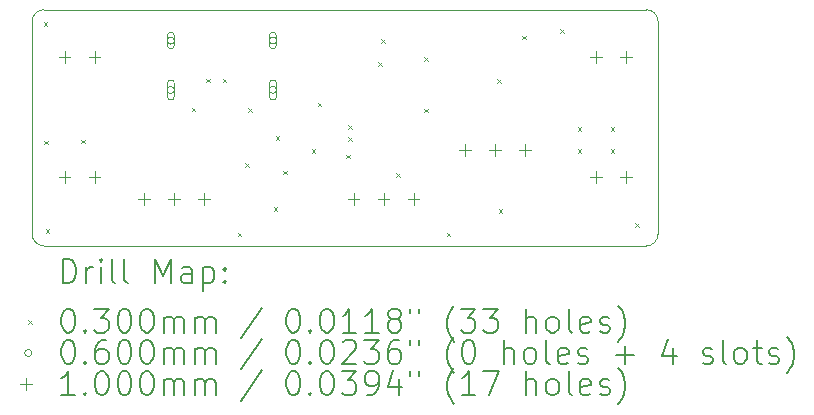
<source format=gbr>
%TF.GenerationSoftware,KiCad,Pcbnew,9.0.3*%
%TF.CreationDate,2025-08-21T23:57:35+02:00*%
%TF.ProjectId,20250807_updi,32303235-3038-4303-975f-757064692e6b,rev?*%
%TF.SameCoordinates,Original*%
%TF.FileFunction,Drillmap*%
%TF.FilePolarity,Positive*%
%FSLAX45Y45*%
G04 Gerber Fmt 4.5, Leading zero omitted, Abs format (unit mm)*
G04 Created by KiCad (PCBNEW 9.0.3) date 2025-08-21 23:57:35*
%MOMM*%
%LPD*%
G01*
G04 APERTURE LIST*
%ADD10C,0.050000*%
%ADD11C,0.200000*%
%ADD12C,0.100000*%
G04 APERTURE END LIST*
D10*
X19125000Y-10000000D02*
G75*
G02*
X19025000Y-9900000I0J100000D01*
G01*
X19025000Y-8100000D02*
X19025000Y-9900000D01*
X19025000Y-8100000D02*
G75*
G02*
X19125000Y-8000000I100000J0D01*
G01*
X24325000Y-8100000D02*
X24325000Y-9900000D01*
X24325000Y-9900000D02*
G75*
G02*
X24225000Y-10000000I-100000J0D01*
G01*
X19125000Y-10000000D02*
X24225000Y-10000000D01*
X19125000Y-8000000D02*
X24225000Y-8000000D01*
X24225000Y-8000000D02*
G75*
G02*
X24325000Y-8100000I0J-100000D01*
G01*
D11*
D12*
X19125000Y-8105000D02*
X19155000Y-8135000D01*
X19155000Y-8105000D02*
X19125000Y-8135000D01*
X19130000Y-9110000D02*
X19160000Y-9140000D01*
X19160000Y-9110000D02*
X19130000Y-9140000D01*
X19140000Y-9860000D02*
X19170000Y-9890000D01*
X19170000Y-9860000D02*
X19140000Y-9890000D01*
X19440000Y-9100000D02*
X19470000Y-9130000D01*
X19470000Y-9100000D02*
X19440000Y-9130000D01*
X20375000Y-8830000D02*
X20405000Y-8860000D01*
X20405000Y-8830000D02*
X20375000Y-8860000D01*
X20498000Y-8586000D02*
X20528000Y-8616000D01*
X20528000Y-8586000D02*
X20498000Y-8616000D01*
X20640000Y-8584000D02*
X20670000Y-8614000D01*
X20670000Y-8584000D02*
X20640000Y-8614000D01*
X20765000Y-9890000D02*
X20795000Y-9920000D01*
X20795000Y-9890000D02*
X20765000Y-9920000D01*
X20828000Y-9300000D02*
X20858000Y-9330000D01*
X20858000Y-9300000D02*
X20828000Y-9330000D01*
X20855000Y-8835000D02*
X20885000Y-8865000D01*
X20885000Y-8835000D02*
X20855000Y-8865000D01*
X21070000Y-9675000D02*
X21100000Y-9705000D01*
X21100000Y-9675000D02*
X21070000Y-9705000D01*
X21089000Y-9071000D02*
X21119000Y-9101000D01*
X21119000Y-9071000D02*
X21089000Y-9101000D01*
X21153000Y-9362000D02*
X21183000Y-9392000D01*
X21183000Y-9362000D02*
X21153000Y-9392000D01*
X21393750Y-9180000D02*
X21423750Y-9210000D01*
X21423750Y-9180000D02*
X21393750Y-9210000D01*
X21445000Y-8790000D02*
X21475000Y-8820000D01*
X21475000Y-8790000D02*
X21445000Y-8820000D01*
X21685000Y-9230000D02*
X21715000Y-9260000D01*
X21715000Y-9230000D02*
X21685000Y-9260000D01*
X21703750Y-8980000D02*
X21733750Y-9010000D01*
X21733750Y-8980000D02*
X21703750Y-9010000D01*
X21703750Y-9080000D02*
X21733750Y-9110000D01*
X21733750Y-9080000D02*
X21703750Y-9110000D01*
X21954000Y-8445000D02*
X21984000Y-8475000D01*
X21984000Y-8445000D02*
X21954000Y-8475000D01*
X21980000Y-8250000D02*
X22010000Y-8280000D01*
X22010000Y-8250000D02*
X21980000Y-8280000D01*
X22110000Y-9385000D02*
X22140000Y-9415000D01*
X22140000Y-9385000D02*
X22110000Y-9415000D01*
X22345000Y-8405000D02*
X22375000Y-8435000D01*
X22375000Y-8405000D02*
X22345000Y-8435000D01*
X22345000Y-8840000D02*
X22375000Y-8870000D01*
X22375000Y-8840000D02*
X22345000Y-8870000D01*
X22535000Y-9890000D02*
X22565000Y-9920000D01*
X22565000Y-9890000D02*
X22535000Y-9920000D01*
X22965000Y-8590000D02*
X22995000Y-8620000D01*
X22995000Y-8590000D02*
X22965000Y-8620000D01*
X22975000Y-9690000D02*
X23005000Y-9720000D01*
X23005000Y-9690000D02*
X22975000Y-9720000D01*
X23175000Y-8220000D02*
X23205000Y-8250000D01*
X23205000Y-8220000D02*
X23175000Y-8250000D01*
X23495000Y-8165000D02*
X23525000Y-8195000D01*
X23525000Y-8165000D02*
X23495000Y-8195000D01*
X23645000Y-8995000D02*
X23675000Y-9025000D01*
X23675000Y-8995000D02*
X23645000Y-9025000D01*
X23645000Y-9180000D02*
X23675000Y-9210000D01*
X23675000Y-9180000D02*
X23645000Y-9210000D01*
X23925000Y-8995000D02*
X23955000Y-9025000D01*
X23955000Y-8995000D02*
X23925000Y-9025000D01*
X23925000Y-9180000D02*
X23955000Y-9210000D01*
X23955000Y-9180000D02*
X23925000Y-9210000D01*
X24130000Y-9810000D02*
X24160000Y-9840000D01*
X24160000Y-9810000D02*
X24130000Y-9840000D01*
X20230000Y-8262000D02*
G75*
G02*
X20170000Y-8262000I-30000J0D01*
G01*
X20170000Y-8262000D02*
G75*
G02*
X20230000Y-8262000I30000J0D01*
G01*
X20230000Y-8302000D02*
X20230000Y-8222000D01*
X20170000Y-8222000D02*
G75*
G02*
X20230000Y-8222000I30000J0D01*
G01*
X20170000Y-8222000D02*
X20170000Y-8302000D01*
X20170000Y-8302000D02*
G75*
G03*
X20230000Y-8302000I30000J0D01*
G01*
X20230000Y-8680000D02*
G75*
G02*
X20170000Y-8680000I-30000J0D01*
G01*
X20170000Y-8680000D02*
G75*
G02*
X20230000Y-8680000I30000J0D01*
G01*
X20230000Y-8735000D02*
X20230000Y-8625000D01*
X20170000Y-8625000D02*
G75*
G02*
X20230000Y-8625000I30000J0D01*
G01*
X20170000Y-8625000D02*
X20170000Y-8735000D01*
X20170000Y-8735000D02*
G75*
G03*
X20230000Y-8735000I30000J0D01*
G01*
X21094000Y-8262000D02*
G75*
G02*
X21034000Y-8262000I-30000J0D01*
G01*
X21034000Y-8262000D02*
G75*
G02*
X21094000Y-8262000I30000J0D01*
G01*
X21094000Y-8302000D02*
X21094000Y-8222000D01*
X21034000Y-8222000D02*
G75*
G02*
X21094000Y-8222000I30000J0D01*
G01*
X21034000Y-8222000D02*
X21034000Y-8302000D01*
X21034000Y-8302000D02*
G75*
G03*
X21094000Y-8302000I30000J0D01*
G01*
X21094000Y-8680000D02*
G75*
G02*
X21034000Y-8680000I-30000J0D01*
G01*
X21034000Y-8680000D02*
G75*
G02*
X21094000Y-8680000I30000J0D01*
G01*
X21094000Y-8735000D02*
X21094000Y-8625000D01*
X21034000Y-8625000D02*
G75*
G02*
X21094000Y-8625000I30000J0D01*
G01*
X21034000Y-8625000D02*
X21034000Y-8735000D01*
X21034000Y-8735000D02*
G75*
G03*
X21094000Y-8735000I30000J0D01*
G01*
X19300000Y-8350000D02*
X19300000Y-8450000D01*
X19250000Y-8400000D02*
X19350000Y-8400000D01*
X19300000Y-9366000D02*
X19300000Y-9466000D01*
X19250000Y-9416000D02*
X19350000Y-9416000D01*
X19554000Y-8350000D02*
X19554000Y-8450000D01*
X19504000Y-8400000D02*
X19604000Y-8400000D01*
X19554000Y-9366000D02*
X19554000Y-9466000D01*
X19504000Y-9416000D02*
X19604000Y-9416000D01*
X19970000Y-9550000D02*
X19970000Y-9650000D01*
X19920000Y-9600000D02*
X20020000Y-9600000D01*
X20224000Y-9550000D02*
X20224000Y-9650000D01*
X20174000Y-9600000D02*
X20274000Y-9600000D01*
X20478000Y-9550000D02*
X20478000Y-9650000D01*
X20428000Y-9600000D02*
X20528000Y-9600000D01*
X21747000Y-9550000D02*
X21747000Y-9650000D01*
X21697000Y-9600000D02*
X21797000Y-9600000D01*
X22001000Y-9550000D02*
X22001000Y-9650000D01*
X21951000Y-9600000D02*
X22051000Y-9600000D01*
X22255000Y-9550000D02*
X22255000Y-9650000D01*
X22205000Y-9600000D02*
X22305000Y-9600000D01*
X22690000Y-9140000D02*
X22690000Y-9240000D01*
X22640000Y-9190000D02*
X22740000Y-9190000D01*
X22944000Y-9140000D02*
X22944000Y-9240000D01*
X22894000Y-9190000D02*
X22994000Y-9190000D01*
X23198000Y-9140000D02*
X23198000Y-9240000D01*
X23148000Y-9190000D02*
X23248000Y-9190000D01*
X23800000Y-8350000D02*
X23800000Y-8450000D01*
X23750000Y-8400000D02*
X23850000Y-8400000D01*
X23800000Y-9366000D02*
X23800000Y-9466000D01*
X23750000Y-9416000D02*
X23850000Y-9416000D01*
X24054000Y-8350000D02*
X24054000Y-8450000D01*
X24004000Y-8400000D02*
X24104000Y-8400000D01*
X24054000Y-9366000D02*
X24054000Y-9466000D01*
X24004000Y-9416000D02*
X24104000Y-9416000D01*
D11*
X19283277Y-10313984D02*
X19283277Y-10113984D01*
X19283277Y-10113984D02*
X19330896Y-10113984D01*
X19330896Y-10113984D02*
X19359467Y-10123508D01*
X19359467Y-10123508D02*
X19378515Y-10142555D01*
X19378515Y-10142555D02*
X19388039Y-10161603D01*
X19388039Y-10161603D02*
X19397563Y-10199698D01*
X19397563Y-10199698D02*
X19397563Y-10228270D01*
X19397563Y-10228270D02*
X19388039Y-10266365D01*
X19388039Y-10266365D02*
X19378515Y-10285412D01*
X19378515Y-10285412D02*
X19359467Y-10304460D01*
X19359467Y-10304460D02*
X19330896Y-10313984D01*
X19330896Y-10313984D02*
X19283277Y-10313984D01*
X19483277Y-10313984D02*
X19483277Y-10180650D01*
X19483277Y-10218746D02*
X19492801Y-10199698D01*
X19492801Y-10199698D02*
X19502324Y-10190174D01*
X19502324Y-10190174D02*
X19521372Y-10180650D01*
X19521372Y-10180650D02*
X19540420Y-10180650D01*
X19607086Y-10313984D02*
X19607086Y-10180650D01*
X19607086Y-10113984D02*
X19597563Y-10123508D01*
X19597563Y-10123508D02*
X19607086Y-10133031D01*
X19607086Y-10133031D02*
X19616610Y-10123508D01*
X19616610Y-10123508D02*
X19607086Y-10113984D01*
X19607086Y-10113984D02*
X19607086Y-10133031D01*
X19730896Y-10313984D02*
X19711848Y-10304460D01*
X19711848Y-10304460D02*
X19702324Y-10285412D01*
X19702324Y-10285412D02*
X19702324Y-10113984D01*
X19835658Y-10313984D02*
X19816610Y-10304460D01*
X19816610Y-10304460D02*
X19807086Y-10285412D01*
X19807086Y-10285412D02*
X19807086Y-10113984D01*
X20064229Y-10313984D02*
X20064229Y-10113984D01*
X20064229Y-10113984D02*
X20130896Y-10256841D01*
X20130896Y-10256841D02*
X20197563Y-10113984D01*
X20197563Y-10113984D02*
X20197563Y-10313984D01*
X20378515Y-10313984D02*
X20378515Y-10209222D01*
X20378515Y-10209222D02*
X20368991Y-10190174D01*
X20368991Y-10190174D02*
X20349944Y-10180650D01*
X20349944Y-10180650D02*
X20311848Y-10180650D01*
X20311848Y-10180650D02*
X20292801Y-10190174D01*
X20378515Y-10304460D02*
X20359467Y-10313984D01*
X20359467Y-10313984D02*
X20311848Y-10313984D01*
X20311848Y-10313984D02*
X20292801Y-10304460D01*
X20292801Y-10304460D02*
X20283277Y-10285412D01*
X20283277Y-10285412D02*
X20283277Y-10266365D01*
X20283277Y-10266365D02*
X20292801Y-10247317D01*
X20292801Y-10247317D02*
X20311848Y-10237793D01*
X20311848Y-10237793D02*
X20359467Y-10237793D01*
X20359467Y-10237793D02*
X20378515Y-10228270D01*
X20473753Y-10180650D02*
X20473753Y-10380650D01*
X20473753Y-10190174D02*
X20492801Y-10180650D01*
X20492801Y-10180650D02*
X20530896Y-10180650D01*
X20530896Y-10180650D02*
X20549944Y-10190174D01*
X20549944Y-10190174D02*
X20559467Y-10199698D01*
X20559467Y-10199698D02*
X20568991Y-10218746D01*
X20568991Y-10218746D02*
X20568991Y-10275889D01*
X20568991Y-10275889D02*
X20559467Y-10294936D01*
X20559467Y-10294936D02*
X20549944Y-10304460D01*
X20549944Y-10304460D02*
X20530896Y-10313984D01*
X20530896Y-10313984D02*
X20492801Y-10313984D01*
X20492801Y-10313984D02*
X20473753Y-10304460D01*
X20654705Y-10294936D02*
X20664229Y-10304460D01*
X20664229Y-10304460D02*
X20654705Y-10313984D01*
X20654705Y-10313984D02*
X20645182Y-10304460D01*
X20645182Y-10304460D02*
X20654705Y-10294936D01*
X20654705Y-10294936D02*
X20654705Y-10313984D01*
X20654705Y-10190174D02*
X20664229Y-10199698D01*
X20664229Y-10199698D02*
X20654705Y-10209222D01*
X20654705Y-10209222D02*
X20645182Y-10199698D01*
X20645182Y-10199698D02*
X20654705Y-10190174D01*
X20654705Y-10190174D02*
X20654705Y-10209222D01*
D12*
X18992500Y-10627500D02*
X19022500Y-10657500D01*
X19022500Y-10627500D02*
X18992500Y-10657500D01*
D11*
X19321372Y-10533984D02*
X19340420Y-10533984D01*
X19340420Y-10533984D02*
X19359467Y-10543508D01*
X19359467Y-10543508D02*
X19368991Y-10553031D01*
X19368991Y-10553031D02*
X19378515Y-10572079D01*
X19378515Y-10572079D02*
X19388039Y-10610174D01*
X19388039Y-10610174D02*
X19388039Y-10657793D01*
X19388039Y-10657793D02*
X19378515Y-10695889D01*
X19378515Y-10695889D02*
X19368991Y-10714936D01*
X19368991Y-10714936D02*
X19359467Y-10724460D01*
X19359467Y-10724460D02*
X19340420Y-10733984D01*
X19340420Y-10733984D02*
X19321372Y-10733984D01*
X19321372Y-10733984D02*
X19302324Y-10724460D01*
X19302324Y-10724460D02*
X19292801Y-10714936D01*
X19292801Y-10714936D02*
X19283277Y-10695889D01*
X19283277Y-10695889D02*
X19273753Y-10657793D01*
X19273753Y-10657793D02*
X19273753Y-10610174D01*
X19273753Y-10610174D02*
X19283277Y-10572079D01*
X19283277Y-10572079D02*
X19292801Y-10553031D01*
X19292801Y-10553031D02*
X19302324Y-10543508D01*
X19302324Y-10543508D02*
X19321372Y-10533984D01*
X19473753Y-10714936D02*
X19483277Y-10724460D01*
X19483277Y-10724460D02*
X19473753Y-10733984D01*
X19473753Y-10733984D02*
X19464229Y-10724460D01*
X19464229Y-10724460D02*
X19473753Y-10714936D01*
X19473753Y-10714936D02*
X19473753Y-10733984D01*
X19549944Y-10533984D02*
X19673753Y-10533984D01*
X19673753Y-10533984D02*
X19607086Y-10610174D01*
X19607086Y-10610174D02*
X19635658Y-10610174D01*
X19635658Y-10610174D02*
X19654705Y-10619698D01*
X19654705Y-10619698D02*
X19664229Y-10629222D01*
X19664229Y-10629222D02*
X19673753Y-10648270D01*
X19673753Y-10648270D02*
X19673753Y-10695889D01*
X19673753Y-10695889D02*
X19664229Y-10714936D01*
X19664229Y-10714936D02*
X19654705Y-10724460D01*
X19654705Y-10724460D02*
X19635658Y-10733984D01*
X19635658Y-10733984D02*
X19578515Y-10733984D01*
X19578515Y-10733984D02*
X19559467Y-10724460D01*
X19559467Y-10724460D02*
X19549944Y-10714936D01*
X19797563Y-10533984D02*
X19816610Y-10533984D01*
X19816610Y-10533984D02*
X19835658Y-10543508D01*
X19835658Y-10543508D02*
X19845182Y-10553031D01*
X19845182Y-10553031D02*
X19854705Y-10572079D01*
X19854705Y-10572079D02*
X19864229Y-10610174D01*
X19864229Y-10610174D02*
X19864229Y-10657793D01*
X19864229Y-10657793D02*
X19854705Y-10695889D01*
X19854705Y-10695889D02*
X19845182Y-10714936D01*
X19845182Y-10714936D02*
X19835658Y-10724460D01*
X19835658Y-10724460D02*
X19816610Y-10733984D01*
X19816610Y-10733984D02*
X19797563Y-10733984D01*
X19797563Y-10733984D02*
X19778515Y-10724460D01*
X19778515Y-10724460D02*
X19768991Y-10714936D01*
X19768991Y-10714936D02*
X19759467Y-10695889D01*
X19759467Y-10695889D02*
X19749944Y-10657793D01*
X19749944Y-10657793D02*
X19749944Y-10610174D01*
X19749944Y-10610174D02*
X19759467Y-10572079D01*
X19759467Y-10572079D02*
X19768991Y-10553031D01*
X19768991Y-10553031D02*
X19778515Y-10543508D01*
X19778515Y-10543508D02*
X19797563Y-10533984D01*
X19988039Y-10533984D02*
X20007086Y-10533984D01*
X20007086Y-10533984D02*
X20026134Y-10543508D01*
X20026134Y-10543508D02*
X20035658Y-10553031D01*
X20035658Y-10553031D02*
X20045182Y-10572079D01*
X20045182Y-10572079D02*
X20054705Y-10610174D01*
X20054705Y-10610174D02*
X20054705Y-10657793D01*
X20054705Y-10657793D02*
X20045182Y-10695889D01*
X20045182Y-10695889D02*
X20035658Y-10714936D01*
X20035658Y-10714936D02*
X20026134Y-10724460D01*
X20026134Y-10724460D02*
X20007086Y-10733984D01*
X20007086Y-10733984D02*
X19988039Y-10733984D01*
X19988039Y-10733984D02*
X19968991Y-10724460D01*
X19968991Y-10724460D02*
X19959467Y-10714936D01*
X19959467Y-10714936D02*
X19949944Y-10695889D01*
X19949944Y-10695889D02*
X19940420Y-10657793D01*
X19940420Y-10657793D02*
X19940420Y-10610174D01*
X19940420Y-10610174D02*
X19949944Y-10572079D01*
X19949944Y-10572079D02*
X19959467Y-10553031D01*
X19959467Y-10553031D02*
X19968991Y-10543508D01*
X19968991Y-10543508D02*
X19988039Y-10533984D01*
X20140420Y-10733984D02*
X20140420Y-10600650D01*
X20140420Y-10619698D02*
X20149944Y-10610174D01*
X20149944Y-10610174D02*
X20168991Y-10600650D01*
X20168991Y-10600650D02*
X20197563Y-10600650D01*
X20197563Y-10600650D02*
X20216610Y-10610174D01*
X20216610Y-10610174D02*
X20226134Y-10629222D01*
X20226134Y-10629222D02*
X20226134Y-10733984D01*
X20226134Y-10629222D02*
X20235658Y-10610174D01*
X20235658Y-10610174D02*
X20254705Y-10600650D01*
X20254705Y-10600650D02*
X20283277Y-10600650D01*
X20283277Y-10600650D02*
X20302325Y-10610174D01*
X20302325Y-10610174D02*
X20311848Y-10629222D01*
X20311848Y-10629222D02*
X20311848Y-10733984D01*
X20407086Y-10733984D02*
X20407086Y-10600650D01*
X20407086Y-10619698D02*
X20416610Y-10610174D01*
X20416610Y-10610174D02*
X20435658Y-10600650D01*
X20435658Y-10600650D02*
X20464229Y-10600650D01*
X20464229Y-10600650D02*
X20483277Y-10610174D01*
X20483277Y-10610174D02*
X20492801Y-10629222D01*
X20492801Y-10629222D02*
X20492801Y-10733984D01*
X20492801Y-10629222D02*
X20502325Y-10610174D01*
X20502325Y-10610174D02*
X20521372Y-10600650D01*
X20521372Y-10600650D02*
X20549944Y-10600650D01*
X20549944Y-10600650D02*
X20568991Y-10610174D01*
X20568991Y-10610174D02*
X20578515Y-10629222D01*
X20578515Y-10629222D02*
X20578515Y-10733984D01*
X20968991Y-10524460D02*
X20797563Y-10781603D01*
X21226134Y-10533984D02*
X21245182Y-10533984D01*
X21245182Y-10533984D02*
X21264229Y-10543508D01*
X21264229Y-10543508D02*
X21273753Y-10553031D01*
X21273753Y-10553031D02*
X21283277Y-10572079D01*
X21283277Y-10572079D02*
X21292801Y-10610174D01*
X21292801Y-10610174D02*
X21292801Y-10657793D01*
X21292801Y-10657793D02*
X21283277Y-10695889D01*
X21283277Y-10695889D02*
X21273753Y-10714936D01*
X21273753Y-10714936D02*
X21264229Y-10724460D01*
X21264229Y-10724460D02*
X21245182Y-10733984D01*
X21245182Y-10733984D02*
X21226134Y-10733984D01*
X21226134Y-10733984D02*
X21207087Y-10724460D01*
X21207087Y-10724460D02*
X21197563Y-10714936D01*
X21197563Y-10714936D02*
X21188039Y-10695889D01*
X21188039Y-10695889D02*
X21178515Y-10657793D01*
X21178515Y-10657793D02*
X21178515Y-10610174D01*
X21178515Y-10610174D02*
X21188039Y-10572079D01*
X21188039Y-10572079D02*
X21197563Y-10553031D01*
X21197563Y-10553031D02*
X21207087Y-10543508D01*
X21207087Y-10543508D02*
X21226134Y-10533984D01*
X21378515Y-10714936D02*
X21388039Y-10724460D01*
X21388039Y-10724460D02*
X21378515Y-10733984D01*
X21378515Y-10733984D02*
X21368991Y-10724460D01*
X21368991Y-10724460D02*
X21378515Y-10714936D01*
X21378515Y-10714936D02*
X21378515Y-10733984D01*
X21511848Y-10533984D02*
X21530896Y-10533984D01*
X21530896Y-10533984D02*
X21549944Y-10543508D01*
X21549944Y-10543508D02*
X21559468Y-10553031D01*
X21559468Y-10553031D02*
X21568991Y-10572079D01*
X21568991Y-10572079D02*
X21578515Y-10610174D01*
X21578515Y-10610174D02*
X21578515Y-10657793D01*
X21578515Y-10657793D02*
X21568991Y-10695889D01*
X21568991Y-10695889D02*
X21559468Y-10714936D01*
X21559468Y-10714936D02*
X21549944Y-10724460D01*
X21549944Y-10724460D02*
X21530896Y-10733984D01*
X21530896Y-10733984D02*
X21511848Y-10733984D01*
X21511848Y-10733984D02*
X21492801Y-10724460D01*
X21492801Y-10724460D02*
X21483277Y-10714936D01*
X21483277Y-10714936D02*
X21473753Y-10695889D01*
X21473753Y-10695889D02*
X21464229Y-10657793D01*
X21464229Y-10657793D02*
X21464229Y-10610174D01*
X21464229Y-10610174D02*
X21473753Y-10572079D01*
X21473753Y-10572079D02*
X21483277Y-10553031D01*
X21483277Y-10553031D02*
X21492801Y-10543508D01*
X21492801Y-10543508D02*
X21511848Y-10533984D01*
X21768991Y-10733984D02*
X21654706Y-10733984D01*
X21711848Y-10733984D02*
X21711848Y-10533984D01*
X21711848Y-10533984D02*
X21692801Y-10562555D01*
X21692801Y-10562555D02*
X21673753Y-10581603D01*
X21673753Y-10581603D02*
X21654706Y-10591127D01*
X21959468Y-10733984D02*
X21845182Y-10733984D01*
X21902325Y-10733984D02*
X21902325Y-10533984D01*
X21902325Y-10533984D02*
X21883277Y-10562555D01*
X21883277Y-10562555D02*
X21864229Y-10581603D01*
X21864229Y-10581603D02*
X21845182Y-10591127D01*
X22073753Y-10619698D02*
X22054706Y-10610174D01*
X22054706Y-10610174D02*
X22045182Y-10600650D01*
X22045182Y-10600650D02*
X22035658Y-10581603D01*
X22035658Y-10581603D02*
X22035658Y-10572079D01*
X22035658Y-10572079D02*
X22045182Y-10553031D01*
X22045182Y-10553031D02*
X22054706Y-10543508D01*
X22054706Y-10543508D02*
X22073753Y-10533984D01*
X22073753Y-10533984D02*
X22111849Y-10533984D01*
X22111849Y-10533984D02*
X22130896Y-10543508D01*
X22130896Y-10543508D02*
X22140420Y-10553031D01*
X22140420Y-10553031D02*
X22149944Y-10572079D01*
X22149944Y-10572079D02*
X22149944Y-10581603D01*
X22149944Y-10581603D02*
X22140420Y-10600650D01*
X22140420Y-10600650D02*
X22130896Y-10610174D01*
X22130896Y-10610174D02*
X22111849Y-10619698D01*
X22111849Y-10619698D02*
X22073753Y-10619698D01*
X22073753Y-10619698D02*
X22054706Y-10629222D01*
X22054706Y-10629222D02*
X22045182Y-10638746D01*
X22045182Y-10638746D02*
X22035658Y-10657793D01*
X22035658Y-10657793D02*
X22035658Y-10695889D01*
X22035658Y-10695889D02*
X22045182Y-10714936D01*
X22045182Y-10714936D02*
X22054706Y-10724460D01*
X22054706Y-10724460D02*
X22073753Y-10733984D01*
X22073753Y-10733984D02*
X22111849Y-10733984D01*
X22111849Y-10733984D02*
X22130896Y-10724460D01*
X22130896Y-10724460D02*
X22140420Y-10714936D01*
X22140420Y-10714936D02*
X22149944Y-10695889D01*
X22149944Y-10695889D02*
X22149944Y-10657793D01*
X22149944Y-10657793D02*
X22140420Y-10638746D01*
X22140420Y-10638746D02*
X22130896Y-10629222D01*
X22130896Y-10629222D02*
X22111849Y-10619698D01*
X22226134Y-10533984D02*
X22226134Y-10572079D01*
X22302325Y-10533984D02*
X22302325Y-10572079D01*
X22597563Y-10810174D02*
X22588039Y-10800650D01*
X22588039Y-10800650D02*
X22568991Y-10772079D01*
X22568991Y-10772079D02*
X22559468Y-10753031D01*
X22559468Y-10753031D02*
X22549944Y-10724460D01*
X22549944Y-10724460D02*
X22540420Y-10676841D01*
X22540420Y-10676841D02*
X22540420Y-10638746D01*
X22540420Y-10638746D02*
X22549944Y-10591127D01*
X22549944Y-10591127D02*
X22559468Y-10562555D01*
X22559468Y-10562555D02*
X22568991Y-10543508D01*
X22568991Y-10543508D02*
X22588039Y-10514936D01*
X22588039Y-10514936D02*
X22597563Y-10505412D01*
X22654706Y-10533984D02*
X22778515Y-10533984D01*
X22778515Y-10533984D02*
X22711848Y-10610174D01*
X22711848Y-10610174D02*
X22740420Y-10610174D01*
X22740420Y-10610174D02*
X22759468Y-10619698D01*
X22759468Y-10619698D02*
X22768991Y-10629222D01*
X22768991Y-10629222D02*
X22778515Y-10648270D01*
X22778515Y-10648270D02*
X22778515Y-10695889D01*
X22778515Y-10695889D02*
X22768991Y-10714936D01*
X22768991Y-10714936D02*
X22759468Y-10724460D01*
X22759468Y-10724460D02*
X22740420Y-10733984D01*
X22740420Y-10733984D02*
X22683277Y-10733984D01*
X22683277Y-10733984D02*
X22664229Y-10724460D01*
X22664229Y-10724460D02*
X22654706Y-10714936D01*
X22845182Y-10533984D02*
X22968991Y-10533984D01*
X22968991Y-10533984D02*
X22902325Y-10610174D01*
X22902325Y-10610174D02*
X22930896Y-10610174D01*
X22930896Y-10610174D02*
X22949944Y-10619698D01*
X22949944Y-10619698D02*
X22959468Y-10629222D01*
X22959468Y-10629222D02*
X22968991Y-10648270D01*
X22968991Y-10648270D02*
X22968991Y-10695889D01*
X22968991Y-10695889D02*
X22959468Y-10714936D01*
X22959468Y-10714936D02*
X22949944Y-10724460D01*
X22949944Y-10724460D02*
X22930896Y-10733984D01*
X22930896Y-10733984D02*
X22873753Y-10733984D01*
X22873753Y-10733984D02*
X22854706Y-10724460D01*
X22854706Y-10724460D02*
X22845182Y-10714936D01*
X23207087Y-10733984D02*
X23207087Y-10533984D01*
X23292801Y-10733984D02*
X23292801Y-10629222D01*
X23292801Y-10629222D02*
X23283277Y-10610174D01*
X23283277Y-10610174D02*
X23264230Y-10600650D01*
X23264230Y-10600650D02*
X23235658Y-10600650D01*
X23235658Y-10600650D02*
X23216610Y-10610174D01*
X23216610Y-10610174D02*
X23207087Y-10619698D01*
X23416610Y-10733984D02*
X23397563Y-10724460D01*
X23397563Y-10724460D02*
X23388039Y-10714936D01*
X23388039Y-10714936D02*
X23378515Y-10695889D01*
X23378515Y-10695889D02*
X23378515Y-10638746D01*
X23378515Y-10638746D02*
X23388039Y-10619698D01*
X23388039Y-10619698D02*
X23397563Y-10610174D01*
X23397563Y-10610174D02*
X23416610Y-10600650D01*
X23416610Y-10600650D02*
X23445182Y-10600650D01*
X23445182Y-10600650D02*
X23464230Y-10610174D01*
X23464230Y-10610174D02*
X23473753Y-10619698D01*
X23473753Y-10619698D02*
X23483277Y-10638746D01*
X23483277Y-10638746D02*
X23483277Y-10695889D01*
X23483277Y-10695889D02*
X23473753Y-10714936D01*
X23473753Y-10714936D02*
X23464230Y-10724460D01*
X23464230Y-10724460D02*
X23445182Y-10733984D01*
X23445182Y-10733984D02*
X23416610Y-10733984D01*
X23597563Y-10733984D02*
X23578515Y-10724460D01*
X23578515Y-10724460D02*
X23568991Y-10705412D01*
X23568991Y-10705412D02*
X23568991Y-10533984D01*
X23749944Y-10724460D02*
X23730896Y-10733984D01*
X23730896Y-10733984D02*
X23692801Y-10733984D01*
X23692801Y-10733984D02*
X23673753Y-10724460D01*
X23673753Y-10724460D02*
X23664230Y-10705412D01*
X23664230Y-10705412D02*
X23664230Y-10629222D01*
X23664230Y-10629222D02*
X23673753Y-10610174D01*
X23673753Y-10610174D02*
X23692801Y-10600650D01*
X23692801Y-10600650D02*
X23730896Y-10600650D01*
X23730896Y-10600650D02*
X23749944Y-10610174D01*
X23749944Y-10610174D02*
X23759468Y-10629222D01*
X23759468Y-10629222D02*
X23759468Y-10648270D01*
X23759468Y-10648270D02*
X23664230Y-10667317D01*
X23835658Y-10724460D02*
X23854706Y-10733984D01*
X23854706Y-10733984D02*
X23892801Y-10733984D01*
X23892801Y-10733984D02*
X23911849Y-10724460D01*
X23911849Y-10724460D02*
X23921372Y-10705412D01*
X23921372Y-10705412D02*
X23921372Y-10695889D01*
X23921372Y-10695889D02*
X23911849Y-10676841D01*
X23911849Y-10676841D02*
X23892801Y-10667317D01*
X23892801Y-10667317D02*
X23864230Y-10667317D01*
X23864230Y-10667317D02*
X23845182Y-10657793D01*
X23845182Y-10657793D02*
X23835658Y-10638746D01*
X23835658Y-10638746D02*
X23835658Y-10629222D01*
X23835658Y-10629222D02*
X23845182Y-10610174D01*
X23845182Y-10610174D02*
X23864230Y-10600650D01*
X23864230Y-10600650D02*
X23892801Y-10600650D01*
X23892801Y-10600650D02*
X23911849Y-10610174D01*
X23988039Y-10810174D02*
X23997563Y-10800650D01*
X23997563Y-10800650D02*
X24016611Y-10772079D01*
X24016611Y-10772079D02*
X24026134Y-10753031D01*
X24026134Y-10753031D02*
X24035658Y-10724460D01*
X24035658Y-10724460D02*
X24045182Y-10676841D01*
X24045182Y-10676841D02*
X24045182Y-10638746D01*
X24045182Y-10638746D02*
X24035658Y-10591127D01*
X24035658Y-10591127D02*
X24026134Y-10562555D01*
X24026134Y-10562555D02*
X24016611Y-10543508D01*
X24016611Y-10543508D02*
X23997563Y-10514936D01*
X23997563Y-10514936D02*
X23988039Y-10505412D01*
D12*
X19022500Y-10906500D02*
G75*
G02*
X18962500Y-10906500I-30000J0D01*
G01*
X18962500Y-10906500D02*
G75*
G02*
X19022500Y-10906500I30000J0D01*
G01*
D11*
X19321372Y-10797984D02*
X19340420Y-10797984D01*
X19340420Y-10797984D02*
X19359467Y-10807508D01*
X19359467Y-10807508D02*
X19368991Y-10817031D01*
X19368991Y-10817031D02*
X19378515Y-10836079D01*
X19378515Y-10836079D02*
X19388039Y-10874174D01*
X19388039Y-10874174D02*
X19388039Y-10921793D01*
X19388039Y-10921793D02*
X19378515Y-10959889D01*
X19378515Y-10959889D02*
X19368991Y-10978936D01*
X19368991Y-10978936D02*
X19359467Y-10988460D01*
X19359467Y-10988460D02*
X19340420Y-10997984D01*
X19340420Y-10997984D02*
X19321372Y-10997984D01*
X19321372Y-10997984D02*
X19302324Y-10988460D01*
X19302324Y-10988460D02*
X19292801Y-10978936D01*
X19292801Y-10978936D02*
X19283277Y-10959889D01*
X19283277Y-10959889D02*
X19273753Y-10921793D01*
X19273753Y-10921793D02*
X19273753Y-10874174D01*
X19273753Y-10874174D02*
X19283277Y-10836079D01*
X19283277Y-10836079D02*
X19292801Y-10817031D01*
X19292801Y-10817031D02*
X19302324Y-10807508D01*
X19302324Y-10807508D02*
X19321372Y-10797984D01*
X19473753Y-10978936D02*
X19483277Y-10988460D01*
X19483277Y-10988460D02*
X19473753Y-10997984D01*
X19473753Y-10997984D02*
X19464229Y-10988460D01*
X19464229Y-10988460D02*
X19473753Y-10978936D01*
X19473753Y-10978936D02*
X19473753Y-10997984D01*
X19654705Y-10797984D02*
X19616610Y-10797984D01*
X19616610Y-10797984D02*
X19597563Y-10807508D01*
X19597563Y-10807508D02*
X19588039Y-10817031D01*
X19588039Y-10817031D02*
X19568991Y-10845603D01*
X19568991Y-10845603D02*
X19559467Y-10883698D01*
X19559467Y-10883698D02*
X19559467Y-10959889D01*
X19559467Y-10959889D02*
X19568991Y-10978936D01*
X19568991Y-10978936D02*
X19578515Y-10988460D01*
X19578515Y-10988460D02*
X19597563Y-10997984D01*
X19597563Y-10997984D02*
X19635658Y-10997984D01*
X19635658Y-10997984D02*
X19654705Y-10988460D01*
X19654705Y-10988460D02*
X19664229Y-10978936D01*
X19664229Y-10978936D02*
X19673753Y-10959889D01*
X19673753Y-10959889D02*
X19673753Y-10912270D01*
X19673753Y-10912270D02*
X19664229Y-10893222D01*
X19664229Y-10893222D02*
X19654705Y-10883698D01*
X19654705Y-10883698D02*
X19635658Y-10874174D01*
X19635658Y-10874174D02*
X19597563Y-10874174D01*
X19597563Y-10874174D02*
X19578515Y-10883698D01*
X19578515Y-10883698D02*
X19568991Y-10893222D01*
X19568991Y-10893222D02*
X19559467Y-10912270D01*
X19797563Y-10797984D02*
X19816610Y-10797984D01*
X19816610Y-10797984D02*
X19835658Y-10807508D01*
X19835658Y-10807508D02*
X19845182Y-10817031D01*
X19845182Y-10817031D02*
X19854705Y-10836079D01*
X19854705Y-10836079D02*
X19864229Y-10874174D01*
X19864229Y-10874174D02*
X19864229Y-10921793D01*
X19864229Y-10921793D02*
X19854705Y-10959889D01*
X19854705Y-10959889D02*
X19845182Y-10978936D01*
X19845182Y-10978936D02*
X19835658Y-10988460D01*
X19835658Y-10988460D02*
X19816610Y-10997984D01*
X19816610Y-10997984D02*
X19797563Y-10997984D01*
X19797563Y-10997984D02*
X19778515Y-10988460D01*
X19778515Y-10988460D02*
X19768991Y-10978936D01*
X19768991Y-10978936D02*
X19759467Y-10959889D01*
X19759467Y-10959889D02*
X19749944Y-10921793D01*
X19749944Y-10921793D02*
X19749944Y-10874174D01*
X19749944Y-10874174D02*
X19759467Y-10836079D01*
X19759467Y-10836079D02*
X19768991Y-10817031D01*
X19768991Y-10817031D02*
X19778515Y-10807508D01*
X19778515Y-10807508D02*
X19797563Y-10797984D01*
X19988039Y-10797984D02*
X20007086Y-10797984D01*
X20007086Y-10797984D02*
X20026134Y-10807508D01*
X20026134Y-10807508D02*
X20035658Y-10817031D01*
X20035658Y-10817031D02*
X20045182Y-10836079D01*
X20045182Y-10836079D02*
X20054705Y-10874174D01*
X20054705Y-10874174D02*
X20054705Y-10921793D01*
X20054705Y-10921793D02*
X20045182Y-10959889D01*
X20045182Y-10959889D02*
X20035658Y-10978936D01*
X20035658Y-10978936D02*
X20026134Y-10988460D01*
X20026134Y-10988460D02*
X20007086Y-10997984D01*
X20007086Y-10997984D02*
X19988039Y-10997984D01*
X19988039Y-10997984D02*
X19968991Y-10988460D01*
X19968991Y-10988460D02*
X19959467Y-10978936D01*
X19959467Y-10978936D02*
X19949944Y-10959889D01*
X19949944Y-10959889D02*
X19940420Y-10921793D01*
X19940420Y-10921793D02*
X19940420Y-10874174D01*
X19940420Y-10874174D02*
X19949944Y-10836079D01*
X19949944Y-10836079D02*
X19959467Y-10817031D01*
X19959467Y-10817031D02*
X19968991Y-10807508D01*
X19968991Y-10807508D02*
X19988039Y-10797984D01*
X20140420Y-10997984D02*
X20140420Y-10864650D01*
X20140420Y-10883698D02*
X20149944Y-10874174D01*
X20149944Y-10874174D02*
X20168991Y-10864650D01*
X20168991Y-10864650D02*
X20197563Y-10864650D01*
X20197563Y-10864650D02*
X20216610Y-10874174D01*
X20216610Y-10874174D02*
X20226134Y-10893222D01*
X20226134Y-10893222D02*
X20226134Y-10997984D01*
X20226134Y-10893222D02*
X20235658Y-10874174D01*
X20235658Y-10874174D02*
X20254705Y-10864650D01*
X20254705Y-10864650D02*
X20283277Y-10864650D01*
X20283277Y-10864650D02*
X20302325Y-10874174D01*
X20302325Y-10874174D02*
X20311848Y-10893222D01*
X20311848Y-10893222D02*
X20311848Y-10997984D01*
X20407086Y-10997984D02*
X20407086Y-10864650D01*
X20407086Y-10883698D02*
X20416610Y-10874174D01*
X20416610Y-10874174D02*
X20435658Y-10864650D01*
X20435658Y-10864650D02*
X20464229Y-10864650D01*
X20464229Y-10864650D02*
X20483277Y-10874174D01*
X20483277Y-10874174D02*
X20492801Y-10893222D01*
X20492801Y-10893222D02*
X20492801Y-10997984D01*
X20492801Y-10893222D02*
X20502325Y-10874174D01*
X20502325Y-10874174D02*
X20521372Y-10864650D01*
X20521372Y-10864650D02*
X20549944Y-10864650D01*
X20549944Y-10864650D02*
X20568991Y-10874174D01*
X20568991Y-10874174D02*
X20578515Y-10893222D01*
X20578515Y-10893222D02*
X20578515Y-10997984D01*
X20968991Y-10788460D02*
X20797563Y-11045603D01*
X21226134Y-10797984D02*
X21245182Y-10797984D01*
X21245182Y-10797984D02*
X21264229Y-10807508D01*
X21264229Y-10807508D02*
X21273753Y-10817031D01*
X21273753Y-10817031D02*
X21283277Y-10836079D01*
X21283277Y-10836079D02*
X21292801Y-10874174D01*
X21292801Y-10874174D02*
X21292801Y-10921793D01*
X21292801Y-10921793D02*
X21283277Y-10959889D01*
X21283277Y-10959889D02*
X21273753Y-10978936D01*
X21273753Y-10978936D02*
X21264229Y-10988460D01*
X21264229Y-10988460D02*
X21245182Y-10997984D01*
X21245182Y-10997984D02*
X21226134Y-10997984D01*
X21226134Y-10997984D02*
X21207087Y-10988460D01*
X21207087Y-10988460D02*
X21197563Y-10978936D01*
X21197563Y-10978936D02*
X21188039Y-10959889D01*
X21188039Y-10959889D02*
X21178515Y-10921793D01*
X21178515Y-10921793D02*
X21178515Y-10874174D01*
X21178515Y-10874174D02*
X21188039Y-10836079D01*
X21188039Y-10836079D02*
X21197563Y-10817031D01*
X21197563Y-10817031D02*
X21207087Y-10807508D01*
X21207087Y-10807508D02*
X21226134Y-10797984D01*
X21378515Y-10978936D02*
X21388039Y-10988460D01*
X21388039Y-10988460D02*
X21378515Y-10997984D01*
X21378515Y-10997984D02*
X21368991Y-10988460D01*
X21368991Y-10988460D02*
X21378515Y-10978936D01*
X21378515Y-10978936D02*
X21378515Y-10997984D01*
X21511848Y-10797984D02*
X21530896Y-10797984D01*
X21530896Y-10797984D02*
X21549944Y-10807508D01*
X21549944Y-10807508D02*
X21559468Y-10817031D01*
X21559468Y-10817031D02*
X21568991Y-10836079D01*
X21568991Y-10836079D02*
X21578515Y-10874174D01*
X21578515Y-10874174D02*
X21578515Y-10921793D01*
X21578515Y-10921793D02*
X21568991Y-10959889D01*
X21568991Y-10959889D02*
X21559468Y-10978936D01*
X21559468Y-10978936D02*
X21549944Y-10988460D01*
X21549944Y-10988460D02*
X21530896Y-10997984D01*
X21530896Y-10997984D02*
X21511848Y-10997984D01*
X21511848Y-10997984D02*
X21492801Y-10988460D01*
X21492801Y-10988460D02*
X21483277Y-10978936D01*
X21483277Y-10978936D02*
X21473753Y-10959889D01*
X21473753Y-10959889D02*
X21464229Y-10921793D01*
X21464229Y-10921793D02*
X21464229Y-10874174D01*
X21464229Y-10874174D02*
X21473753Y-10836079D01*
X21473753Y-10836079D02*
X21483277Y-10817031D01*
X21483277Y-10817031D02*
X21492801Y-10807508D01*
X21492801Y-10807508D02*
X21511848Y-10797984D01*
X21654706Y-10817031D02*
X21664229Y-10807508D01*
X21664229Y-10807508D02*
X21683277Y-10797984D01*
X21683277Y-10797984D02*
X21730896Y-10797984D01*
X21730896Y-10797984D02*
X21749944Y-10807508D01*
X21749944Y-10807508D02*
X21759468Y-10817031D01*
X21759468Y-10817031D02*
X21768991Y-10836079D01*
X21768991Y-10836079D02*
X21768991Y-10855127D01*
X21768991Y-10855127D02*
X21759468Y-10883698D01*
X21759468Y-10883698D02*
X21645182Y-10997984D01*
X21645182Y-10997984D02*
X21768991Y-10997984D01*
X21835658Y-10797984D02*
X21959468Y-10797984D01*
X21959468Y-10797984D02*
X21892801Y-10874174D01*
X21892801Y-10874174D02*
X21921372Y-10874174D01*
X21921372Y-10874174D02*
X21940420Y-10883698D01*
X21940420Y-10883698D02*
X21949944Y-10893222D01*
X21949944Y-10893222D02*
X21959468Y-10912270D01*
X21959468Y-10912270D02*
X21959468Y-10959889D01*
X21959468Y-10959889D02*
X21949944Y-10978936D01*
X21949944Y-10978936D02*
X21940420Y-10988460D01*
X21940420Y-10988460D02*
X21921372Y-10997984D01*
X21921372Y-10997984D02*
X21864229Y-10997984D01*
X21864229Y-10997984D02*
X21845182Y-10988460D01*
X21845182Y-10988460D02*
X21835658Y-10978936D01*
X22130896Y-10797984D02*
X22092801Y-10797984D01*
X22092801Y-10797984D02*
X22073753Y-10807508D01*
X22073753Y-10807508D02*
X22064229Y-10817031D01*
X22064229Y-10817031D02*
X22045182Y-10845603D01*
X22045182Y-10845603D02*
X22035658Y-10883698D01*
X22035658Y-10883698D02*
X22035658Y-10959889D01*
X22035658Y-10959889D02*
X22045182Y-10978936D01*
X22045182Y-10978936D02*
X22054706Y-10988460D01*
X22054706Y-10988460D02*
X22073753Y-10997984D01*
X22073753Y-10997984D02*
X22111849Y-10997984D01*
X22111849Y-10997984D02*
X22130896Y-10988460D01*
X22130896Y-10988460D02*
X22140420Y-10978936D01*
X22140420Y-10978936D02*
X22149944Y-10959889D01*
X22149944Y-10959889D02*
X22149944Y-10912270D01*
X22149944Y-10912270D02*
X22140420Y-10893222D01*
X22140420Y-10893222D02*
X22130896Y-10883698D01*
X22130896Y-10883698D02*
X22111849Y-10874174D01*
X22111849Y-10874174D02*
X22073753Y-10874174D01*
X22073753Y-10874174D02*
X22054706Y-10883698D01*
X22054706Y-10883698D02*
X22045182Y-10893222D01*
X22045182Y-10893222D02*
X22035658Y-10912270D01*
X22226134Y-10797984D02*
X22226134Y-10836079D01*
X22302325Y-10797984D02*
X22302325Y-10836079D01*
X22597563Y-11074174D02*
X22588039Y-11064650D01*
X22588039Y-11064650D02*
X22568991Y-11036079D01*
X22568991Y-11036079D02*
X22559468Y-11017031D01*
X22559468Y-11017031D02*
X22549944Y-10988460D01*
X22549944Y-10988460D02*
X22540420Y-10940841D01*
X22540420Y-10940841D02*
X22540420Y-10902746D01*
X22540420Y-10902746D02*
X22549944Y-10855127D01*
X22549944Y-10855127D02*
X22559468Y-10826555D01*
X22559468Y-10826555D02*
X22568991Y-10807508D01*
X22568991Y-10807508D02*
X22588039Y-10778936D01*
X22588039Y-10778936D02*
X22597563Y-10769412D01*
X22711848Y-10797984D02*
X22730896Y-10797984D01*
X22730896Y-10797984D02*
X22749944Y-10807508D01*
X22749944Y-10807508D02*
X22759468Y-10817031D01*
X22759468Y-10817031D02*
X22768991Y-10836079D01*
X22768991Y-10836079D02*
X22778515Y-10874174D01*
X22778515Y-10874174D02*
X22778515Y-10921793D01*
X22778515Y-10921793D02*
X22768991Y-10959889D01*
X22768991Y-10959889D02*
X22759468Y-10978936D01*
X22759468Y-10978936D02*
X22749944Y-10988460D01*
X22749944Y-10988460D02*
X22730896Y-10997984D01*
X22730896Y-10997984D02*
X22711848Y-10997984D01*
X22711848Y-10997984D02*
X22692801Y-10988460D01*
X22692801Y-10988460D02*
X22683277Y-10978936D01*
X22683277Y-10978936D02*
X22673753Y-10959889D01*
X22673753Y-10959889D02*
X22664229Y-10921793D01*
X22664229Y-10921793D02*
X22664229Y-10874174D01*
X22664229Y-10874174D02*
X22673753Y-10836079D01*
X22673753Y-10836079D02*
X22683277Y-10817031D01*
X22683277Y-10817031D02*
X22692801Y-10807508D01*
X22692801Y-10807508D02*
X22711848Y-10797984D01*
X23016610Y-10997984D02*
X23016610Y-10797984D01*
X23102325Y-10997984D02*
X23102325Y-10893222D01*
X23102325Y-10893222D02*
X23092801Y-10874174D01*
X23092801Y-10874174D02*
X23073753Y-10864650D01*
X23073753Y-10864650D02*
X23045182Y-10864650D01*
X23045182Y-10864650D02*
X23026134Y-10874174D01*
X23026134Y-10874174D02*
X23016610Y-10883698D01*
X23226134Y-10997984D02*
X23207087Y-10988460D01*
X23207087Y-10988460D02*
X23197563Y-10978936D01*
X23197563Y-10978936D02*
X23188039Y-10959889D01*
X23188039Y-10959889D02*
X23188039Y-10902746D01*
X23188039Y-10902746D02*
X23197563Y-10883698D01*
X23197563Y-10883698D02*
X23207087Y-10874174D01*
X23207087Y-10874174D02*
X23226134Y-10864650D01*
X23226134Y-10864650D02*
X23254706Y-10864650D01*
X23254706Y-10864650D02*
X23273753Y-10874174D01*
X23273753Y-10874174D02*
X23283277Y-10883698D01*
X23283277Y-10883698D02*
X23292801Y-10902746D01*
X23292801Y-10902746D02*
X23292801Y-10959889D01*
X23292801Y-10959889D02*
X23283277Y-10978936D01*
X23283277Y-10978936D02*
X23273753Y-10988460D01*
X23273753Y-10988460D02*
X23254706Y-10997984D01*
X23254706Y-10997984D02*
X23226134Y-10997984D01*
X23407087Y-10997984D02*
X23388039Y-10988460D01*
X23388039Y-10988460D02*
X23378515Y-10969412D01*
X23378515Y-10969412D02*
X23378515Y-10797984D01*
X23559468Y-10988460D02*
X23540420Y-10997984D01*
X23540420Y-10997984D02*
X23502325Y-10997984D01*
X23502325Y-10997984D02*
X23483277Y-10988460D01*
X23483277Y-10988460D02*
X23473753Y-10969412D01*
X23473753Y-10969412D02*
X23473753Y-10893222D01*
X23473753Y-10893222D02*
X23483277Y-10874174D01*
X23483277Y-10874174D02*
X23502325Y-10864650D01*
X23502325Y-10864650D02*
X23540420Y-10864650D01*
X23540420Y-10864650D02*
X23559468Y-10874174D01*
X23559468Y-10874174D02*
X23568991Y-10893222D01*
X23568991Y-10893222D02*
X23568991Y-10912270D01*
X23568991Y-10912270D02*
X23473753Y-10931317D01*
X23645182Y-10988460D02*
X23664230Y-10997984D01*
X23664230Y-10997984D02*
X23702325Y-10997984D01*
X23702325Y-10997984D02*
X23721372Y-10988460D01*
X23721372Y-10988460D02*
X23730896Y-10969412D01*
X23730896Y-10969412D02*
X23730896Y-10959889D01*
X23730896Y-10959889D02*
X23721372Y-10940841D01*
X23721372Y-10940841D02*
X23702325Y-10931317D01*
X23702325Y-10931317D02*
X23673753Y-10931317D01*
X23673753Y-10931317D02*
X23654706Y-10921793D01*
X23654706Y-10921793D02*
X23645182Y-10902746D01*
X23645182Y-10902746D02*
X23645182Y-10893222D01*
X23645182Y-10893222D02*
X23654706Y-10874174D01*
X23654706Y-10874174D02*
X23673753Y-10864650D01*
X23673753Y-10864650D02*
X23702325Y-10864650D01*
X23702325Y-10864650D02*
X23721372Y-10874174D01*
X23968992Y-10921793D02*
X24121373Y-10921793D01*
X24045182Y-10997984D02*
X24045182Y-10845603D01*
X24454706Y-10864650D02*
X24454706Y-10997984D01*
X24407087Y-10788460D02*
X24359468Y-10931317D01*
X24359468Y-10931317D02*
X24483277Y-10931317D01*
X24702325Y-10988460D02*
X24721373Y-10997984D01*
X24721373Y-10997984D02*
X24759468Y-10997984D01*
X24759468Y-10997984D02*
X24778515Y-10988460D01*
X24778515Y-10988460D02*
X24788039Y-10969412D01*
X24788039Y-10969412D02*
X24788039Y-10959889D01*
X24788039Y-10959889D02*
X24778515Y-10940841D01*
X24778515Y-10940841D02*
X24759468Y-10931317D01*
X24759468Y-10931317D02*
X24730896Y-10931317D01*
X24730896Y-10931317D02*
X24711849Y-10921793D01*
X24711849Y-10921793D02*
X24702325Y-10902746D01*
X24702325Y-10902746D02*
X24702325Y-10893222D01*
X24702325Y-10893222D02*
X24711849Y-10874174D01*
X24711849Y-10874174D02*
X24730896Y-10864650D01*
X24730896Y-10864650D02*
X24759468Y-10864650D01*
X24759468Y-10864650D02*
X24778515Y-10874174D01*
X24902325Y-10997984D02*
X24883277Y-10988460D01*
X24883277Y-10988460D02*
X24873754Y-10969412D01*
X24873754Y-10969412D02*
X24873754Y-10797984D01*
X25007087Y-10997984D02*
X24988039Y-10988460D01*
X24988039Y-10988460D02*
X24978515Y-10978936D01*
X24978515Y-10978936D02*
X24968992Y-10959889D01*
X24968992Y-10959889D02*
X24968992Y-10902746D01*
X24968992Y-10902746D02*
X24978515Y-10883698D01*
X24978515Y-10883698D02*
X24988039Y-10874174D01*
X24988039Y-10874174D02*
X25007087Y-10864650D01*
X25007087Y-10864650D02*
X25035658Y-10864650D01*
X25035658Y-10864650D02*
X25054706Y-10874174D01*
X25054706Y-10874174D02*
X25064230Y-10883698D01*
X25064230Y-10883698D02*
X25073754Y-10902746D01*
X25073754Y-10902746D02*
X25073754Y-10959889D01*
X25073754Y-10959889D02*
X25064230Y-10978936D01*
X25064230Y-10978936D02*
X25054706Y-10988460D01*
X25054706Y-10988460D02*
X25035658Y-10997984D01*
X25035658Y-10997984D02*
X25007087Y-10997984D01*
X25130896Y-10864650D02*
X25207087Y-10864650D01*
X25159468Y-10797984D02*
X25159468Y-10969412D01*
X25159468Y-10969412D02*
X25168992Y-10988460D01*
X25168992Y-10988460D02*
X25188039Y-10997984D01*
X25188039Y-10997984D02*
X25207087Y-10997984D01*
X25264230Y-10988460D02*
X25283277Y-10997984D01*
X25283277Y-10997984D02*
X25321373Y-10997984D01*
X25321373Y-10997984D02*
X25340420Y-10988460D01*
X25340420Y-10988460D02*
X25349944Y-10969412D01*
X25349944Y-10969412D02*
X25349944Y-10959889D01*
X25349944Y-10959889D02*
X25340420Y-10940841D01*
X25340420Y-10940841D02*
X25321373Y-10931317D01*
X25321373Y-10931317D02*
X25292801Y-10931317D01*
X25292801Y-10931317D02*
X25273754Y-10921793D01*
X25273754Y-10921793D02*
X25264230Y-10902746D01*
X25264230Y-10902746D02*
X25264230Y-10893222D01*
X25264230Y-10893222D02*
X25273754Y-10874174D01*
X25273754Y-10874174D02*
X25292801Y-10864650D01*
X25292801Y-10864650D02*
X25321373Y-10864650D01*
X25321373Y-10864650D02*
X25340420Y-10874174D01*
X25416611Y-11074174D02*
X25426135Y-11064650D01*
X25426135Y-11064650D02*
X25445182Y-11036079D01*
X25445182Y-11036079D02*
X25454706Y-11017031D01*
X25454706Y-11017031D02*
X25464230Y-10988460D01*
X25464230Y-10988460D02*
X25473754Y-10940841D01*
X25473754Y-10940841D02*
X25473754Y-10902746D01*
X25473754Y-10902746D02*
X25464230Y-10855127D01*
X25464230Y-10855127D02*
X25454706Y-10826555D01*
X25454706Y-10826555D02*
X25445182Y-10807508D01*
X25445182Y-10807508D02*
X25426135Y-10778936D01*
X25426135Y-10778936D02*
X25416611Y-10769412D01*
D12*
X18972500Y-11120500D02*
X18972500Y-11220500D01*
X18922500Y-11170500D02*
X19022500Y-11170500D01*
D11*
X19388039Y-11261984D02*
X19273753Y-11261984D01*
X19330896Y-11261984D02*
X19330896Y-11061984D01*
X19330896Y-11061984D02*
X19311848Y-11090555D01*
X19311848Y-11090555D02*
X19292801Y-11109603D01*
X19292801Y-11109603D02*
X19273753Y-11119127D01*
X19473753Y-11242936D02*
X19483277Y-11252460D01*
X19483277Y-11252460D02*
X19473753Y-11261984D01*
X19473753Y-11261984D02*
X19464229Y-11252460D01*
X19464229Y-11252460D02*
X19473753Y-11242936D01*
X19473753Y-11242936D02*
X19473753Y-11261984D01*
X19607086Y-11061984D02*
X19626134Y-11061984D01*
X19626134Y-11061984D02*
X19645182Y-11071508D01*
X19645182Y-11071508D02*
X19654705Y-11081031D01*
X19654705Y-11081031D02*
X19664229Y-11100079D01*
X19664229Y-11100079D02*
X19673753Y-11138174D01*
X19673753Y-11138174D02*
X19673753Y-11185793D01*
X19673753Y-11185793D02*
X19664229Y-11223888D01*
X19664229Y-11223888D02*
X19654705Y-11242936D01*
X19654705Y-11242936D02*
X19645182Y-11252460D01*
X19645182Y-11252460D02*
X19626134Y-11261984D01*
X19626134Y-11261984D02*
X19607086Y-11261984D01*
X19607086Y-11261984D02*
X19588039Y-11252460D01*
X19588039Y-11252460D02*
X19578515Y-11242936D01*
X19578515Y-11242936D02*
X19568991Y-11223888D01*
X19568991Y-11223888D02*
X19559467Y-11185793D01*
X19559467Y-11185793D02*
X19559467Y-11138174D01*
X19559467Y-11138174D02*
X19568991Y-11100079D01*
X19568991Y-11100079D02*
X19578515Y-11081031D01*
X19578515Y-11081031D02*
X19588039Y-11071508D01*
X19588039Y-11071508D02*
X19607086Y-11061984D01*
X19797563Y-11061984D02*
X19816610Y-11061984D01*
X19816610Y-11061984D02*
X19835658Y-11071508D01*
X19835658Y-11071508D02*
X19845182Y-11081031D01*
X19845182Y-11081031D02*
X19854705Y-11100079D01*
X19854705Y-11100079D02*
X19864229Y-11138174D01*
X19864229Y-11138174D02*
X19864229Y-11185793D01*
X19864229Y-11185793D02*
X19854705Y-11223888D01*
X19854705Y-11223888D02*
X19845182Y-11242936D01*
X19845182Y-11242936D02*
X19835658Y-11252460D01*
X19835658Y-11252460D02*
X19816610Y-11261984D01*
X19816610Y-11261984D02*
X19797563Y-11261984D01*
X19797563Y-11261984D02*
X19778515Y-11252460D01*
X19778515Y-11252460D02*
X19768991Y-11242936D01*
X19768991Y-11242936D02*
X19759467Y-11223888D01*
X19759467Y-11223888D02*
X19749944Y-11185793D01*
X19749944Y-11185793D02*
X19749944Y-11138174D01*
X19749944Y-11138174D02*
X19759467Y-11100079D01*
X19759467Y-11100079D02*
X19768991Y-11081031D01*
X19768991Y-11081031D02*
X19778515Y-11071508D01*
X19778515Y-11071508D02*
X19797563Y-11061984D01*
X19988039Y-11061984D02*
X20007086Y-11061984D01*
X20007086Y-11061984D02*
X20026134Y-11071508D01*
X20026134Y-11071508D02*
X20035658Y-11081031D01*
X20035658Y-11081031D02*
X20045182Y-11100079D01*
X20045182Y-11100079D02*
X20054705Y-11138174D01*
X20054705Y-11138174D02*
X20054705Y-11185793D01*
X20054705Y-11185793D02*
X20045182Y-11223888D01*
X20045182Y-11223888D02*
X20035658Y-11242936D01*
X20035658Y-11242936D02*
X20026134Y-11252460D01*
X20026134Y-11252460D02*
X20007086Y-11261984D01*
X20007086Y-11261984D02*
X19988039Y-11261984D01*
X19988039Y-11261984D02*
X19968991Y-11252460D01*
X19968991Y-11252460D02*
X19959467Y-11242936D01*
X19959467Y-11242936D02*
X19949944Y-11223888D01*
X19949944Y-11223888D02*
X19940420Y-11185793D01*
X19940420Y-11185793D02*
X19940420Y-11138174D01*
X19940420Y-11138174D02*
X19949944Y-11100079D01*
X19949944Y-11100079D02*
X19959467Y-11081031D01*
X19959467Y-11081031D02*
X19968991Y-11071508D01*
X19968991Y-11071508D02*
X19988039Y-11061984D01*
X20140420Y-11261984D02*
X20140420Y-11128650D01*
X20140420Y-11147698D02*
X20149944Y-11138174D01*
X20149944Y-11138174D02*
X20168991Y-11128650D01*
X20168991Y-11128650D02*
X20197563Y-11128650D01*
X20197563Y-11128650D02*
X20216610Y-11138174D01*
X20216610Y-11138174D02*
X20226134Y-11157222D01*
X20226134Y-11157222D02*
X20226134Y-11261984D01*
X20226134Y-11157222D02*
X20235658Y-11138174D01*
X20235658Y-11138174D02*
X20254705Y-11128650D01*
X20254705Y-11128650D02*
X20283277Y-11128650D01*
X20283277Y-11128650D02*
X20302325Y-11138174D01*
X20302325Y-11138174D02*
X20311848Y-11157222D01*
X20311848Y-11157222D02*
X20311848Y-11261984D01*
X20407086Y-11261984D02*
X20407086Y-11128650D01*
X20407086Y-11147698D02*
X20416610Y-11138174D01*
X20416610Y-11138174D02*
X20435658Y-11128650D01*
X20435658Y-11128650D02*
X20464229Y-11128650D01*
X20464229Y-11128650D02*
X20483277Y-11138174D01*
X20483277Y-11138174D02*
X20492801Y-11157222D01*
X20492801Y-11157222D02*
X20492801Y-11261984D01*
X20492801Y-11157222D02*
X20502325Y-11138174D01*
X20502325Y-11138174D02*
X20521372Y-11128650D01*
X20521372Y-11128650D02*
X20549944Y-11128650D01*
X20549944Y-11128650D02*
X20568991Y-11138174D01*
X20568991Y-11138174D02*
X20578515Y-11157222D01*
X20578515Y-11157222D02*
X20578515Y-11261984D01*
X20968991Y-11052460D02*
X20797563Y-11309603D01*
X21226134Y-11061984D02*
X21245182Y-11061984D01*
X21245182Y-11061984D02*
X21264229Y-11071508D01*
X21264229Y-11071508D02*
X21273753Y-11081031D01*
X21273753Y-11081031D02*
X21283277Y-11100079D01*
X21283277Y-11100079D02*
X21292801Y-11138174D01*
X21292801Y-11138174D02*
X21292801Y-11185793D01*
X21292801Y-11185793D02*
X21283277Y-11223888D01*
X21283277Y-11223888D02*
X21273753Y-11242936D01*
X21273753Y-11242936D02*
X21264229Y-11252460D01*
X21264229Y-11252460D02*
X21245182Y-11261984D01*
X21245182Y-11261984D02*
X21226134Y-11261984D01*
X21226134Y-11261984D02*
X21207087Y-11252460D01*
X21207087Y-11252460D02*
X21197563Y-11242936D01*
X21197563Y-11242936D02*
X21188039Y-11223888D01*
X21188039Y-11223888D02*
X21178515Y-11185793D01*
X21178515Y-11185793D02*
X21178515Y-11138174D01*
X21178515Y-11138174D02*
X21188039Y-11100079D01*
X21188039Y-11100079D02*
X21197563Y-11081031D01*
X21197563Y-11081031D02*
X21207087Y-11071508D01*
X21207087Y-11071508D02*
X21226134Y-11061984D01*
X21378515Y-11242936D02*
X21388039Y-11252460D01*
X21388039Y-11252460D02*
X21378515Y-11261984D01*
X21378515Y-11261984D02*
X21368991Y-11252460D01*
X21368991Y-11252460D02*
X21378515Y-11242936D01*
X21378515Y-11242936D02*
X21378515Y-11261984D01*
X21511848Y-11061984D02*
X21530896Y-11061984D01*
X21530896Y-11061984D02*
X21549944Y-11071508D01*
X21549944Y-11071508D02*
X21559468Y-11081031D01*
X21559468Y-11081031D02*
X21568991Y-11100079D01*
X21568991Y-11100079D02*
X21578515Y-11138174D01*
X21578515Y-11138174D02*
X21578515Y-11185793D01*
X21578515Y-11185793D02*
X21568991Y-11223888D01*
X21568991Y-11223888D02*
X21559468Y-11242936D01*
X21559468Y-11242936D02*
X21549944Y-11252460D01*
X21549944Y-11252460D02*
X21530896Y-11261984D01*
X21530896Y-11261984D02*
X21511848Y-11261984D01*
X21511848Y-11261984D02*
X21492801Y-11252460D01*
X21492801Y-11252460D02*
X21483277Y-11242936D01*
X21483277Y-11242936D02*
X21473753Y-11223888D01*
X21473753Y-11223888D02*
X21464229Y-11185793D01*
X21464229Y-11185793D02*
X21464229Y-11138174D01*
X21464229Y-11138174D02*
X21473753Y-11100079D01*
X21473753Y-11100079D02*
X21483277Y-11081031D01*
X21483277Y-11081031D02*
X21492801Y-11071508D01*
X21492801Y-11071508D02*
X21511848Y-11061984D01*
X21645182Y-11061984D02*
X21768991Y-11061984D01*
X21768991Y-11061984D02*
X21702325Y-11138174D01*
X21702325Y-11138174D02*
X21730896Y-11138174D01*
X21730896Y-11138174D02*
X21749944Y-11147698D01*
X21749944Y-11147698D02*
X21759468Y-11157222D01*
X21759468Y-11157222D02*
X21768991Y-11176270D01*
X21768991Y-11176270D02*
X21768991Y-11223888D01*
X21768991Y-11223888D02*
X21759468Y-11242936D01*
X21759468Y-11242936D02*
X21749944Y-11252460D01*
X21749944Y-11252460D02*
X21730896Y-11261984D01*
X21730896Y-11261984D02*
X21673753Y-11261984D01*
X21673753Y-11261984D02*
X21654706Y-11252460D01*
X21654706Y-11252460D02*
X21645182Y-11242936D01*
X21864229Y-11261984D02*
X21902325Y-11261984D01*
X21902325Y-11261984D02*
X21921372Y-11252460D01*
X21921372Y-11252460D02*
X21930896Y-11242936D01*
X21930896Y-11242936D02*
X21949944Y-11214365D01*
X21949944Y-11214365D02*
X21959468Y-11176270D01*
X21959468Y-11176270D02*
X21959468Y-11100079D01*
X21959468Y-11100079D02*
X21949944Y-11081031D01*
X21949944Y-11081031D02*
X21940420Y-11071508D01*
X21940420Y-11071508D02*
X21921372Y-11061984D01*
X21921372Y-11061984D02*
X21883277Y-11061984D01*
X21883277Y-11061984D02*
X21864229Y-11071508D01*
X21864229Y-11071508D02*
X21854706Y-11081031D01*
X21854706Y-11081031D02*
X21845182Y-11100079D01*
X21845182Y-11100079D02*
X21845182Y-11147698D01*
X21845182Y-11147698D02*
X21854706Y-11166746D01*
X21854706Y-11166746D02*
X21864229Y-11176270D01*
X21864229Y-11176270D02*
X21883277Y-11185793D01*
X21883277Y-11185793D02*
X21921372Y-11185793D01*
X21921372Y-11185793D02*
X21940420Y-11176270D01*
X21940420Y-11176270D02*
X21949944Y-11166746D01*
X21949944Y-11166746D02*
X21959468Y-11147698D01*
X22130896Y-11128650D02*
X22130896Y-11261984D01*
X22083277Y-11052460D02*
X22035658Y-11195317D01*
X22035658Y-11195317D02*
X22159468Y-11195317D01*
X22226134Y-11061984D02*
X22226134Y-11100079D01*
X22302325Y-11061984D02*
X22302325Y-11100079D01*
X22597563Y-11338174D02*
X22588039Y-11328650D01*
X22588039Y-11328650D02*
X22568991Y-11300079D01*
X22568991Y-11300079D02*
X22559468Y-11281031D01*
X22559468Y-11281031D02*
X22549944Y-11252460D01*
X22549944Y-11252460D02*
X22540420Y-11204841D01*
X22540420Y-11204841D02*
X22540420Y-11166746D01*
X22540420Y-11166746D02*
X22549944Y-11119127D01*
X22549944Y-11119127D02*
X22559468Y-11090555D01*
X22559468Y-11090555D02*
X22568991Y-11071508D01*
X22568991Y-11071508D02*
X22588039Y-11042936D01*
X22588039Y-11042936D02*
X22597563Y-11033412D01*
X22778515Y-11261984D02*
X22664229Y-11261984D01*
X22721372Y-11261984D02*
X22721372Y-11061984D01*
X22721372Y-11061984D02*
X22702325Y-11090555D01*
X22702325Y-11090555D02*
X22683277Y-11109603D01*
X22683277Y-11109603D02*
X22664229Y-11119127D01*
X22845182Y-11061984D02*
X22978515Y-11061984D01*
X22978515Y-11061984D02*
X22892801Y-11261984D01*
X23207087Y-11261984D02*
X23207087Y-11061984D01*
X23292801Y-11261984D02*
X23292801Y-11157222D01*
X23292801Y-11157222D02*
X23283277Y-11138174D01*
X23283277Y-11138174D02*
X23264230Y-11128650D01*
X23264230Y-11128650D02*
X23235658Y-11128650D01*
X23235658Y-11128650D02*
X23216610Y-11138174D01*
X23216610Y-11138174D02*
X23207087Y-11147698D01*
X23416610Y-11261984D02*
X23397563Y-11252460D01*
X23397563Y-11252460D02*
X23388039Y-11242936D01*
X23388039Y-11242936D02*
X23378515Y-11223888D01*
X23378515Y-11223888D02*
X23378515Y-11166746D01*
X23378515Y-11166746D02*
X23388039Y-11147698D01*
X23388039Y-11147698D02*
X23397563Y-11138174D01*
X23397563Y-11138174D02*
X23416610Y-11128650D01*
X23416610Y-11128650D02*
X23445182Y-11128650D01*
X23445182Y-11128650D02*
X23464230Y-11138174D01*
X23464230Y-11138174D02*
X23473753Y-11147698D01*
X23473753Y-11147698D02*
X23483277Y-11166746D01*
X23483277Y-11166746D02*
X23483277Y-11223888D01*
X23483277Y-11223888D02*
X23473753Y-11242936D01*
X23473753Y-11242936D02*
X23464230Y-11252460D01*
X23464230Y-11252460D02*
X23445182Y-11261984D01*
X23445182Y-11261984D02*
X23416610Y-11261984D01*
X23597563Y-11261984D02*
X23578515Y-11252460D01*
X23578515Y-11252460D02*
X23568991Y-11233412D01*
X23568991Y-11233412D02*
X23568991Y-11061984D01*
X23749944Y-11252460D02*
X23730896Y-11261984D01*
X23730896Y-11261984D02*
X23692801Y-11261984D01*
X23692801Y-11261984D02*
X23673753Y-11252460D01*
X23673753Y-11252460D02*
X23664230Y-11233412D01*
X23664230Y-11233412D02*
X23664230Y-11157222D01*
X23664230Y-11157222D02*
X23673753Y-11138174D01*
X23673753Y-11138174D02*
X23692801Y-11128650D01*
X23692801Y-11128650D02*
X23730896Y-11128650D01*
X23730896Y-11128650D02*
X23749944Y-11138174D01*
X23749944Y-11138174D02*
X23759468Y-11157222D01*
X23759468Y-11157222D02*
X23759468Y-11176270D01*
X23759468Y-11176270D02*
X23664230Y-11195317D01*
X23835658Y-11252460D02*
X23854706Y-11261984D01*
X23854706Y-11261984D02*
X23892801Y-11261984D01*
X23892801Y-11261984D02*
X23911849Y-11252460D01*
X23911849Y-11252460D02*
X23921372Y-11233412D01*
X23921372Y-11233412D02*
X23921372Y-11223888D01*
X23921372Y-11223888D02*
X23911849Y-11204841D01*
X23911849Y-11204841D02*
X23892801Y-11195317D01*
X23892801Y-11195317D02*
X23864230Y-11195317D01*
X23864230Y-11195317D02*
X23845182Y-11185793D01*
X23845182Y-11185793D02*
X23835658Y-11166746D01*
X23835658Y-11166746D02*
X23835658Y-11157222D01*
X23835658Y-11157222D02*
X23845182Y-11138174D01*
X23845182Y-11138174D02*
X23864230Y-11128650D01*
X23864230Y-11128650D02*
X23892801Y-11128650D01*
X23892801Y-11128650D02*
X23911849Y-11138174D01*
X23988039Y-11338174D02*
X23997563Y-11328650D01*
X23997563Y-11328650D02*
X24016611Y-11300079D01*
X24016611Y-11300079D02*
X24026134Y-11281031D01*
X24026134Y-11281031D02*
X24035658Y-11252460D01*
X24035658Y-11252460D02*
X24045182Y-11204841D01*
X24045182Y-11204841D02*
X24045182Y-11166746D01*
X24045182Y-11166746D02*
X24035658Y-11119127D01*
X24035658Y-11119127D02*
X24026134Y-11090555D01*
X24026134Y-11090555D02*
X24016611Y-11071508D01*
X24016611Y-11071508D02*
X23997563Y-11042936D01*
X23997563Y-11042936D02*
X23988039Y-11033412D01*
M02*

</source>
